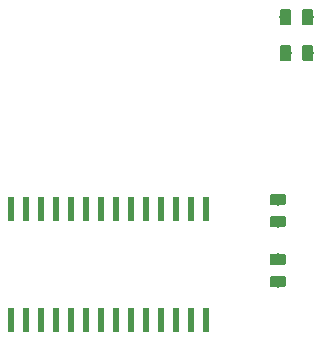
<source format=gbr>
G04 #@! TF.GenerationSoftware,KiCad,Pcbnew,5.0.2-bee76a0~70~ubuntu18.10.1*
G04 #@! TF.CreationDate,2019-05-27T16:03:46+10:00*
G04 #@! TF.ProjectId,keyboard,6b657962-6f61-4726-942e-6b696361645f,rev?*
G04 #@! TF.SameCoordinates,Original*
G04 #@! TF.FileFunction,Paste,Top*
G04 #@! TF.FilePolarity,Positive*
%FSLAX46Y46*%
G04 Gerber Fmt 4.6, Leading zero omitted, Abs format (unit mm)*
G04 Created by KiCad (PCBNEW 5.0.2-bee76a0~70~ubuntu18.10.1) date Mon 27 May 2019 16:03:46 AEST*
%MOMM*%
%LPD*%
G01*
G04 APERTURE LIST*
%ADD10C,0.100000*%
%ADD11C,0.975000*%
%ADD12R,0.600000X2.000000*%
G04 APERTURE END LIST*
D10*
G04 #@! TO.C,R1*
G36*
X102250142Y-100576174D02*
X102273803Y-100579684D01*
X102297007Y-100585496D01*
X102319529Y-100593554D01*
X102341153Y-100603782D01*
X102361670Y-100616079D01*
X102380883Y-100630329D01*
X102398607Y-100646393D01*
X102414671Y-100664117D01*
X102428921Y-100683330D01*
X102441218Y-100703847D01*
X102451446Y-100725471D01*
X102459504Y-100747993D01*
X102465316Y-100771197D01*
X102468826Y-100794858D01*
X102470000Y-100818750D01*
X102470000Y-101306250D01*
X102468826Y-101330142D01*
X102465316Y-101353803D01*
X102459504Y-101377007D01*
X102451446Y-101399529D01*
X102441218Y-101421153D01*
X102428921Y-101441670D01*
X102414671Y-101460883D01*
X102398607Y-101478607D01*
X102380883Y-101494671D01*
X102361670Y-101508921D01*
X102341153Y-101521218D01*
X102319529Y-101531446D01*
X102297007Y-101539504D01*
X102273803Y-101545316D01*
X102250142Y-101548826D01*
X102226250Y-101550000D01*
X101313750Y-101550000D01*
X101289858Y-101548826D01*
X101266197Y-101545316D01*
X101242993Y-101539504D01*
X101220471Y-101531446D01*
X101198847Y-101521218D01*
X101178330Y-101508921D01*
X101159117Y-101494671D01*
X101141393Y-101478607D01*
X101125329Y-101460883D01*
X101111079Y-101441670D01*
X101098782Y-101421153D01*
X101088554Y-101399529D01*
X101080496Y-101377007D01*
X101074684Y-101353803D01*
X101071174Y-101330142D01*
X101070000Y-101306250D01*
X101070000Y-100818750D01*
X101071174Y-100794858D01*
X101074684Y-100771197D01*
X101080496Y-100747993D01*
X101088554Y-100725471D01*
X101098782Y-100703847D01*
X101111079Y-100683330D01*
X101125329Y-100664117D01*
X101141393Y-100646393D01*
X101159117Y-100630329D01*
X101178330Y-100616079D01*
X101198847Y-100603782D01*
X101220471Y-100593554D01*
X101242993Y-100585496D01*
X101266197Y-100579684D01*
X101289858Y-100576174D01*
X101313750Y-100575000D01*
X102226250Y-100575000D01*
X102250142Y-100576174D01*
X102250142Y-100576174D01*
G37*
D11*
X101770000Y-101062500D03*
D10*
G36*
X102250142Y-102451174D02*
X102273803Y-102454684D01*
X102297007Y-102460496D01*
X102319529Y-102468554D01*
X102341153Y-102478782D01*
X102361670Y-102491079D01*
X102380883Y-102505329D01*
X102398607Y-102521393D01*
X102414671Y-102539117D01*
X102428921Y-102558330D01*
X102441218Y-102578847D01*
X102451446Y-102600471D01*
X102459504Y-102622993D01*
X102465316Y-102646197D01*
X102468826Y-102669858D01*
X102470000Y-102693750D01*
X102470000Y-103181250D01*
X102468826Y-103205142D01*
X102465316Y-103228803D01*
X102459504Y-103252007D01*
X102451446Y-103274529D01*
X102441218Y-103296153D01*
X102428921Y-103316670D01*
X102414671Y-103335883D01*
X102398607Y-103353607D01*
X102380883Y-103369671D01*
X102361670Y-103383921D01*
X102341153Y-103396218D01*
X102319529Y-103406446D01*
X102297007Y-103414504D01*
X102273803Y-103420316D01*
X102250142Y-103423826D01*
X102226250Y-103425000D01*
X101313750Y-103425000D01*
X101289858Y-103423826D01*
X101266197Y-103420316D01*
X101242993Y-103414504D01*
X101220471Y-103406446D01*
X101198847Y-103396218D01*
X101178330Y-103383921D01*
X101159117Y-103369671D01*
X101141393Y-103353607D01*
X101125329Y-103335883D01*
X101111079Y-103316670D01*
X101098782Y-103296153D01*
X101088554Y-103274529D01*
X101080496Y-103252007D01*
X101074684Y-103228803D01*
X101071174Y-103205142D01*
X101070000Y-103181250D01*
X101070000Y-102693750D01*
X101071174Y-102669858D01*
X101074684Y-102646197D01*
X101080496Y-102622993D01*
X101088554Y-102600471D01*
X101098782Y-102578847D01*
X101111079Y-102558330D01*
X101125329Y-102539117D01*
X101141393Y-102521393D01*
X101159117Y-102505329D01*
X101178330Y-102491079D01*
X101198847Y-102478782D01*
X101220471Y-102468554D01*
X101242993Y-102460496D01*
X101266197Y-102454684D01*
X101289858Y-102451174D01*
X101313750Y-102450000D01*
X102226250Y-102450000D01*
X102250142Y-102451174D01*
X102250142Y-102451174D01*
G37*
D11*
X101770000Y-102937500D03*
G04 #@! TD*
D10*
G04 #@! TO.C,R2*
G36*
X102250142Y-95506174D02*
X102273803Y-95509684D01*
X102297007Y-95515496D01*
X102319529Y-95523554D01*
X102341153Y-95533782D01*
X102361670Y-95546079D01*
X102380883Y-95560329D01*
X102398607Y-95576393D01*
X102414671Y-95594117D01*
X102428921Y-95613330D01*
X102441218Y-95633847D01*
X102451446Y-95655471D01*
X102459504Y-95677993D01*
X102465316Y-95701197D01*
X102468826Y-95724858D01*
X102470000Y-95748750D01*
X102470000Y-96236250D01*
X102468826Y-96260142D01*
X102465316Y-96283803D01*
X102459504Y-96307007D01*
X102451446Y-96329529D01*
X102441218Y-96351153D01*
X102428921Y-96371670D01*
X102414671Y-96390883D01*
X102398607Y-96408607D01*
X102380883Y-96424671D01*
X102361670Y-96438921D01*
X102341153Y-96451218D01*
X102319529Y-96461446D01*
X102297007Y-96469504D01*
X102273803Y-96475316D01*
X102250142Y-96478826D01*
X102226250Y-96480000D01*
X101313750Y-96480000D01*
X101289858Y-96478826D01*
X101266197Y-96475316D01*
X101242993Y-96469504D01*
X101220471Y-96461446D01*
X101198847Y-96451218D01*
X101178330Y-96438921D01*
X101159117Y-96424671D01*
X101141393Y-96408607D01*
X101125329Y-96390883D01*
X101111079Y-96371670D01*
X101098782Y-96351153D01*
X101088554Y-96329529D01*
X101080496Y-96307007D01*
X101074684Y-96283803D01*
X101071174Y-96260142D01*
X101070000Y-96236250D01*
X101070000Y-95748750D01*
X101071174Y-95724858D01*
X101074684Y-95701197D01*
X101080496Y-95677993D01*
X101088554Y-95655471D01*
X101098782Y-95633847D01*
X101111079Y-95613330D01*
X101125329Y-95594117D01*
X101141393Y-95576393D01*
X101159117Y-95560329D01*
X101178330Y-95546079D01*
X101198847Y-95533782D01*
X101220471Y-95523554D01*
X101242993Y-95515496D01*
X101266197Y-95509684D01*
X101289858Y-95506174D01*
X101313750Y-95505000D01*
X102226250Y-95505000D01*
X102250142Y-95506174D01*
X102250142Y-95506174D01*
G37*
D11*
X101770000Y-95992500D03*
D10*
G36*
X102250142Y-97381174D02*
X102273803Y-97384684D01*
X102297007Y-97390496D01*
X102319529Y-97398554D01*
X102341153Y-97408782D01*
X102361670Y-97421079D01*
X102380883Y-97435329D01*
X102398607Y-97451393D01*
X102414671Y-97469117D01*
X102428921Y-97488330D01*
X102441218Y-97508847D01*
X102451446Y-97530471D01*
X102459504Y-97552993D01*
X102465316Y-97576197D01*
X102468826Y-97599858D01*
X102470000Y-97623750D01*
X102470000Y-98111250D01*
X102468826Y-98135142D01*
X102465316Y-98158803D01*
X102459504Y-98182007D01*
X102451446Y-98204529D01*
X102441218Y-98226153D01*
X102428921Y-98246670D01*
X102414671Y-98265883D01*
X102398607Y-98283607D01*
X102380883Y-98299671D01*
X102361670Y-98313921D01*
X102341153Y-98326218D01*
X102319529Y-98336446D01*
X102297007Y-98344504D01*
X102273803Y-98350316D01*
X102250142Y-98353826D01*
X102226250Y-98355000D01*
X101313750Y-98355000D01*
X101289858Y-98353826D01*
X101266197Y-98350316D01*
X101242993Y-98344504D01*
X101220471Y-98336446D01*
X101198847Y-98326218D01*
X101178330Y-98313921D01*
X101159117Y-98299671D01*
X101141393Y-98283607D01*
X101125329Y-98265883D01*
X101111079Y-98246670D01*
X101098782Y-98226153D01*
X101088554Y-98204529D01*
X101080496Y-98182007D01*
X101074684Y-98158803D01*
X101071174Y-98135142D01*
X101070000Y-98111250D01*
X101070000Y-97623750D01*
X101071174Y-97599858D01*
X101074684Y-97576197D01*
X101080496Y-97552993D01*
X101088554Y-97530471D01*
X101098782Y-97508847D01*
X101111079Y-97488330D01*
X101125329Y-97469117D01*
X101141393Y-97451393D01*
X101159117Y-97435329D01*
X101178330Y-97421079D01*
X101198847Y-97408782D01*
X101220471Y-97398554D01*
X101242993Y-97390496D01*
X101266197Y-97384684D01*
X101289858Y-97381174D01*
X101313750Y-97380000D01*
X102226250Y-97380000D01*
X102250142Y-97381174D01*
X102250142Y-97381174D01*
G37*
D11*
X101770000Y-97867500D03*
G04 #@! TD*
D12*
G04 #@! TO.C,U1*
X79195000Y-106200000D03*
X80465000Y-106200000D03*
X81735000Y-106200000D03*
X83005000Y-106200000D03*
X84275000Y-106200000D03*
X85545000Y-106200000D03*
X86815000Y-106200000D03*
X88085000Y-106200000D03*
X89355000Y-106200000D03*
X90625000Y-106200000D03*
X91895000Y-106200000D03*
X93165000Y-106200000D03*
X94435000Y-106200000D03*
X95705000Y-106200000D03*
X95705000Y-96800000D03*
X94435000Y-96800000D03*
X93165000Y-96800000D03*
X91895000Y-96800000D03*
X90625000Y-96800000D03*
X89355000Y-96800000D03*
X88085000Y-96800000D03*
X86815000Y-96800000D03*
X85545000Y-96800000D03*
X84275000Y-96800000D03*
X83005000Y-96800000D03*
X81735000Y-96800000D03*
X80465000Y-96800000D03*
X79195000Y-96800000D03*
G04 #@! TD*
D10*
G04 #@! TO.C,R3*
G36*
X102692642Y-82901174D02*
X102716303Y-82904684D01*
X102739507Y-82910496D01*
X102762029Y-82918554D01*
X102783653Y-82928782D01*
X102804170Y-82941079D01*
X102823383Y-82955329D01*
X102841107Y-82971393D01*
X102857171Y-82989117D01*
X102871421Y-83008330D01*
X102883718Y-83028847D01*
X102893946Y-83050471D01*
X102902004Y-83072993D01*
X102907816Y-83096197D01*
X102911326Y-83119858D01*
X102912500Y-83143750D01*
X102912500Y-84056250D01*
X102911326Y-84080142D01*
X102907816Y-84103803D01*
X102902004Y-84127007D01*
X102893946Y-84149529D01*
X102883718Y-84171153D01*
X102871421Y-84191670D01*
X102857171Y-84210883D01*
X102841107Y-84228607D01*
X102823383Y-84244671D01*
X102804170Y-84258921D01*
X102783653Y-84271218D01*
X102762029Y-84281446D01*
X102739507Y-84289504D01*
X102716303Y-84295316D01*
X102692642Y-84298826D01*
X102668750Y-84300000D01*
X102181250Y-84300000D01*
X102157358Y-84298826D01*
X102133697Y-84295316D01*
X102110493Y-84289504D01*
X102087971Y-84281446D01*
X102066347Y-84271218D01*
X102045830Y-84258921D01*
X102026617Y-84244671D01*
X102008893Y-84228607D01*
X101992829Y-84210883D01*
X101978579Y-84191670D01*
X101966282Y-84171153D01*
X101956054Y-84149529D01*
X101947996Y-84127007D01*
X101942184Y-84103803D01*
X101938674Y-84080142D01*
X101937500Y-84056250D01*
X101937500Y-83143750D01*
X101938674Y-83119858D01*
X101942184Y-83096197D01*
X101947996Y-83072993D01*
X101956054Y-83050471D01*
X101966282Y-83028847D01*
X101978579Y-83008330D01*
X101992829Y-82989117D01*
X102008893Y-82971393D01*
X102026617Y-82955329D01*
X102045830Y-82941079D01*
X102066347Y-82928782D01*
X102087971Y-82918554D01*
X102110493Y-82910496D01*
X102133697Y-82904684D01*
X102157358Y-82901174D01*
X102181250Y-82900000D01*
X102668750Y-82900000D01*
X102692642Y-82901174D01*
X102692642Y-82901174D01*
G37*
D11*
X102425000Y-83600000D03*
D10*
G36*
X104567642Y-82901174D02*
X104591303Y-82904684D01*
X104614507Y-82910496D01*
X104637029Y-82918554D01*
X104658653Y-82928782D01*
X104679170Y-82941079D01*
X104698383Y-82955329D01*
X104716107Y-82971393D01*
X104732171Y-82989117D01*
X104746421Y-83008330D01*
X104758718Y-83028847D01*
X104768946Y-83050471D01*
X104777004Y-83072993D01*
X104782816Y-83096197D01*
X104786326Y-83119858D01*
X104787500Y-83143750D01*
X104787500Y-84056250D01*
X104786326Y-84080142D01*
X104782816Y-84103803D01*
X104777004Y-84127007D01*
X104768946Y-84149529D01*
X104758718Y-84171153D01*
X104746421Y-84191670D01*
X104732171Y-84210883D01*
X104716107Y-84228607D01*
X104698383Y-84244671D01*
X104679170Y-84258921D01*
X104658653Y-84271218D01*
X104637029Y-84281446D01*
X104614507Y-84289504D01*
X104591303Y-84295316D01*
X104567642Y-84298826D01*
X104543750Y-84300000D01*
X104056250Y-84300000D01*
X104032358Y-84298826D01*
X104008697Y-84295316D01*
X103985493Y-84289504D01*
X103962971Y-84281446D01*
X103941347Y-84271218D01*
X103920830Y-84258921D01*
X103901617Y-84244671D01*
X103883893Y-84228607D01*
X103867829Y-84210883D01*
X103853579Y-84191670D01*
X103841282Y-84171153D01*
X103831054Y-84149529D01*
X103822996Y-84127007D01*
X103817184Y-84103803D01*
X103813674Y-84080142D01*
X103812500Y-84056250D01*
X103812500Y-83143750D01*
X103813674Y-83119858D01*
X103817184Y-83096197D01*
X103822996Y-83072993D01*
X103831054Y-83050471D01*
X103841282Y-83028847D01*
X103853579Y-83008330D01*
X103867829Y-82989117D01*
X103883893Y-82971393D01*
X103901617Y-82955329D01*
X103920830Y-82941079D01*
X103941347Y-82928782D01*
X103962971Y-82918554D01*
X103985493Y-82910496D01*
X104008697Y-82904684D01*
X104032358Y-82901174D01*
X104056250Y-82900000D01*
X104543750Y-82900000D01*
X104567642Y-82901174D01*
X104567642Y-82901174D01*
G37*
D11*
X104300000Y-83600000D03*
G04 #@! TD*
D10*
G04 #@! TO.C,D1*
G36*
X102680142Y-79851174D02*
X102703803Y-79854684D01*
X102727007Y-79860496D01*
X102749529Y-79868554D01*
X102771153Y-79878782D01*
X102791670Y-79891079D01*
X102810883Y-79905329D01*
X102828607Y-79921393D01*
X102844671Y-79939117D01*
X102858921Y-79958330D01*
X102871218Y-79978847D01*
X102881446Y-80000471D01*
X102889504Y-80022993D01*
X102895316Y-80046197D01*
X102898826Y-80069858D01*
X102900000Y-80093750D01*
X102900000Y-81006250D01*
X102898826Y-81030142D01*
X102895316Y-81053803D01*
X102889504Y-81077007D01*
X102881446Y-81099529D01*
X102871218Y-81121153D01*
X102858921Y-81141670D01*
X102844671Y-81160883D01*
X102828607Y-81178607D01*
X102810883Y-81194671D01*
X102791670Y-81208921D01*
X102771153Y-81221218D01*
X102749529Y-81231446D01*
X102727007Y-81239504D01*
X102703803Y-81245316D01*
X102680142Y-81248826D01*
X102656250Y-81250000D01*
X102168750Y-81250000D01*
X102144858Y-81248826D01*
X102121197Y-81245316D01*
X102097993Y-81239504D01*
X102075471Y-81231446D01*
X102053847Y-81221218D01*
X102033330Y-81208921D01*
X102014117Y-81194671D01*
X101996393Y-81178607D01*
X101980329Y-81160883D01*
X101966079Y-81141670D01*
X101953782Y-81121153D01*
X101943554Y-81099529D01*
X101935496Y-81077007D01*
X101929684Y-81053803D01*
X101926174Y-81030142D01*
X101925000Y-81006250D01*
X101925000Y-80093750D01*
X101926174Y-80069858D01*
X101929684Y-80046197D01*
X101935496Y-80022993D01*
X101943554Y-80000471D01*
X101953782Y-79978847D01*
X101966079Y-79958330D01*
X101980329Y-79939117D01*
X101996393Y-79921393D01*
X102014117Y-79905329D01*
X102033330Y-79891079D01*
X102053847Y-79878782D01*
X102075471Y-79868554D01*
X102097993Y-79860496D01*
X102121197Y-79854684D01*
X102144858Y-79851174D01*
X102168750Y-79850000D01*
X102656250Y-79850000D01*
X102680142Y-79851174D01*
X102680142Y-79851174D01*
G37*
D11*
X102412500Y-80550000D03*
D10*
G36*
X104555142Y-79851174D02*
X104578803Y-79854684D01*
X104602007Y-79860496D01*
X104624529Y-79868554D01*
X104646153Y-79878782D01*
X104666670Y-79891079D01*
X104685883Y-79905329D01*
X104703607Y-79921393D01*
X104719671Y-79939117D01*
X104733921Y-79958330D01*
X104746218Y-79978847D01*
X104756446Y-80000471D01*
X104764504Y-80022993D01*
X104770316Y-80046197D01*
X104773826Y-80069858D01*
X104775000Y-80093750D01*
X104775000Y-81006250D01*
X104773826Y-81030142D01*
X104770316Y-81053803D01*
X104764504Y-81077007D01*
X104756446Y-81099529D01*
X104746218Y-81121153D01*
X104733921Y-81141670D01*
X104719671Y-81160883D01*
X104703607Y-81178607D01*
X104685883Y-81194671D01*
X104666670Y-81208921D01*
X104646153Y-81221218D01*
X104624529Y-81231446D01*
X104602007Y-81239504D01*
X104578803Y-81245316D01*
X104555142Y-81248826D01*
X104531250Y-81250000D01*
X104043750Y-81250000D01*
X104019858Y-81248826D01*
X103996197Y-81245316D01*
X103972993Y-81239504D01*
X103950471Y-81231446D01*
X103928847Y-81221218D01*
X103908330Y-81208921D01*
X103889117Y-81194671D01*
X103871393Y-81178607D01*
X103855329Y-81160883D01*
X103841079Y-81141670D01*
X103828782Y-81121153D01*
X103818554Y-81099529D01*
X103810496Y-81077007D01*
X103804684Y-81053803D01*
X103801174Y-81030142D01*
X103800000Y-81006250D01*
X103800000Y-80093750D01*
X103801174Y-80069858D01*
X103804684Y-80046197D01*
X103810496Y-80022993D01*
X103818554Y-80000471D01*
X103828782Y-79978847D01*
X103841079Y-79958330D01*
X103855329Y-79939117D01*
X103871393Y-79921393D01*
X103889117Y-79905329D01*
X103908330Y-79891079D01*
X103928847Y-79878782D01*
X103950471Y-79868554D01*
X103972993Y-79860496D01*
X103996197Y-79854684D01*
X104019858Y-79851174D01*
X104043750Y-79850000D01*
X104531250Y-79850000D01*
X104555142Y-79851174D01*
X104555142Y-79851174D01*
G37*
D11*
X104287500Y-80550000D03*
G04 #@! TD*
M02*

</source>
